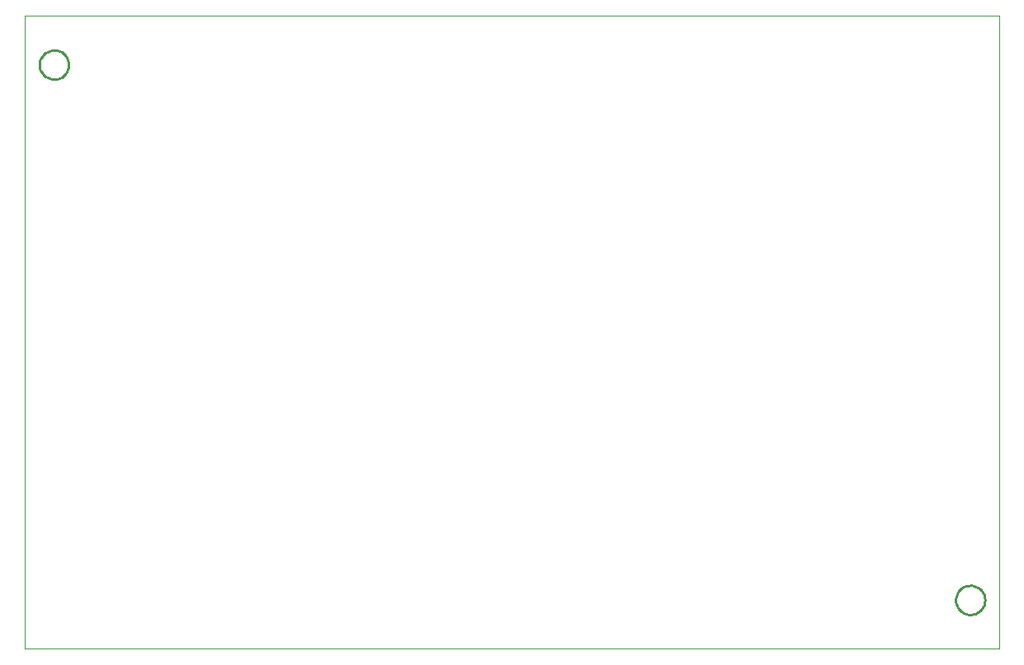
<source format=gko>
G04*
G04 #@! TF.GenerationSoftware,Altium Limited,Altium Designer,24.5.2 (23)*
G04*
G04 Layer_Color=16711935*
%FSLAX25Y25*%
%MOIN*%
G70*
G04*
G04 #@! TF.SameCoordinates,69DD5750-F066-4D08-A96F-D9ADA75AFFB9*
G04*
G04*
G04 #@! TF.FilePolarity,Positive*
G04*
G01*
G75*
%ADD11C,0.00394*%
%ADD15C,0.01000*%
D11*
X211024Y0D02*
X393701D01*
X116535D02*
X211024D01*
X0D02*
X116535D01*
X0Y-0D02*
Y30512D01*
X0Y30512D02*
Y123031D01*
X40354Y255906D02*
X393701D01*
X0D02*
X40354D01*
X0D02*
X0Y123031D01*
X393701Y255906D02*
X393701Y0D01*
D15*
X387795Y19685D02*
X387710Y20683D01*
X387458Y21652D01*
X387045Y22565D01*
X386485Y23395D01*
X385791Y24118D01*
X384986Y24714D01*
X384092Y25165D01*
X383134Y25458D01*
X382140Y25585D01*
X381140Y25543D01*
X380160Y25332D01*
X379231Y24958D01*
X378378Y24433D01*
X377626Y23771D01*
X376997Y22992D01*
X376508Y22118D01*
X376175Y21173D01*
X376006Y20186D01*
Y19184D01*
X376175Y18197D01*
X376508Y17253D01*
X376997Y16378D01*
X377626Y15599D01*
X378378Y14937D01*
X379231Y14412D01*
X380160Y14038D01*
X381140Y13827D01*
X382140Y13785D01*
X383134Y13912D01*
X384092Y14205D01*
X384986Y14656D01*
X385791Y15252D01*
X386485Y15975D01*
X387045Y16805D01*
X387458Y17718D01*
X387710Y18687D01*
X387795Y19685D01*
X17717Y236221D02*
X17632Y237218D01*
X17379Y238188D01*
X16967Y239101D01*
X16406Y239930D01*
X15713Y240654D01*
X14907Y241249D01*
X14013Y241700D01*
X13055Y241993D01*
X12062Y242121D01*
X11061Y242078D01*
X10082Y241867D01*
X9152Y241494D01*
X8299Y240968D01*
X7547Y240307D01*
X6918Y239527D01*
X6430Y238653D01*
X6096Y237708D01*
X5927Y236721D01*
Y235720D01*
X6096Y234732D01*
X6430Y233788D01*
X6918Y232913D01*
X7547Y232134D01*
X8299Y231472D01*
X9152Y230947D01*
X10082Y230574D01*
X11061Y230363D01*
X12062Y230320D01*
X13055Y230448D01*
X14013Y230741D01*
X14907Y231192D01*
X15713Y231787D01*
X16406Y232510D01*
X16967Y233340D01*
X17379Y234253D01*
X17632Y235222D01*
X17717Y236221D01*
M02*

</source>
